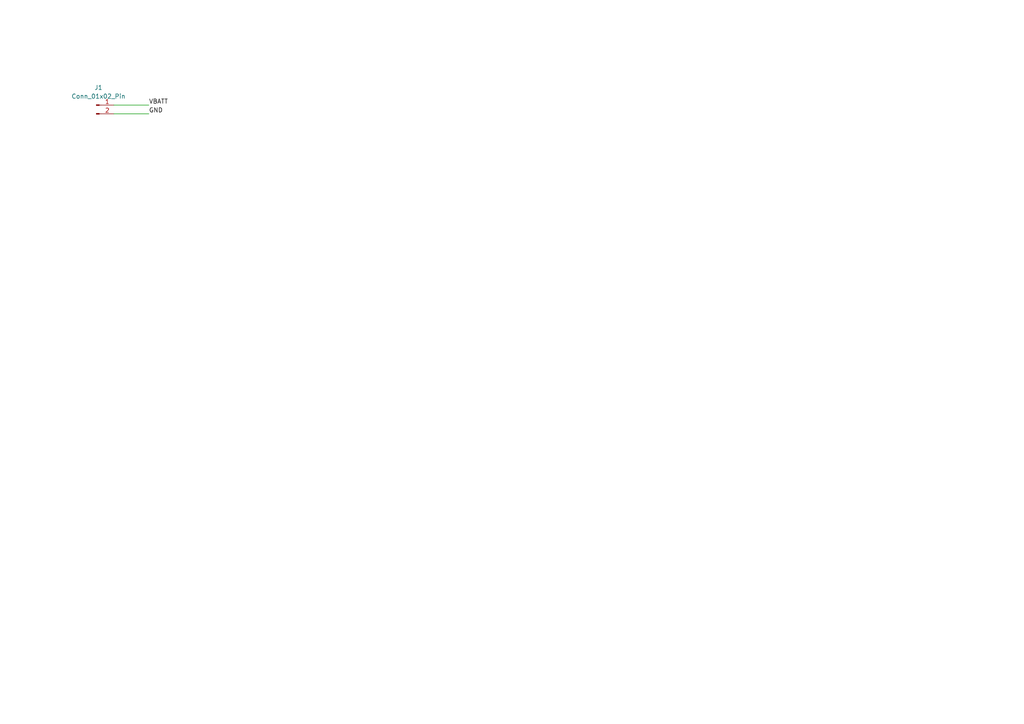
<source format=kicad_sch>
(kicad_sch (version 20250114) (generator "eeschema") (generator_version "9.0")
  (paper "A4")
  (lib_symbols
    (symbol "Connector:Conn_01x02_Pin" (pin_names (offset 1.016) (hide yes))
      (property "Reference" "J" (at 0 2.54 0))
      (property "Value" "Conn_01x02_Pin" (at 0 -5.08 0))
      (symbol "Conn_01x02_Pin_1_1"
        (rectangle (start 0.8636 0.127) (end 0 -0.127) (stroke (width 0.1524)) (fill (type outline)))
        (rectangle (start 0.8636 -2.413) (end 0 -2.667) (stroke (width 0.1524)) (fill (type outline)))
        (polyline (pts (xy 1.27 0) (xy 0.8636 0)) (stroke (width 0.1524)))
        (polyline (pts (xy 1.27 -2.54) (xy 0.8636 -2.54)) (stroke (width 0.1524)))
        (pin passive line (at 5.08 0 180) (length 3.81) (name "Pin_1") (number "1"))
        (pin passive line (at 5.08 -2.54 180) (length 3.81) (name "Pin_2") (number "2"))
      )
    )
  )
  (wire (pts (xy 33.02 33.02) (xy 43.18 33.02)))
  (wire (pts (xy 33.02 30.48) (xy 43.18 30.48)))
  (label "VBATT" (at 43.18 30.48 0))
  (label "GND" (at 43.18 33.02 0))
  (symbol (lib_id "Connector:Conn_01x02_Pin") (at 27.94 30.48 0) (unit 1)
    (property "Reference" "J1" (at 28.575 25.4 0))
    (property "Value" "Conn_01x02_Pin" (at 28.575 27.94 0))
    (property "Description" "Generic connector, single row, 01x02, script generated" (effects (hide yes)))
  )
)
</source>
